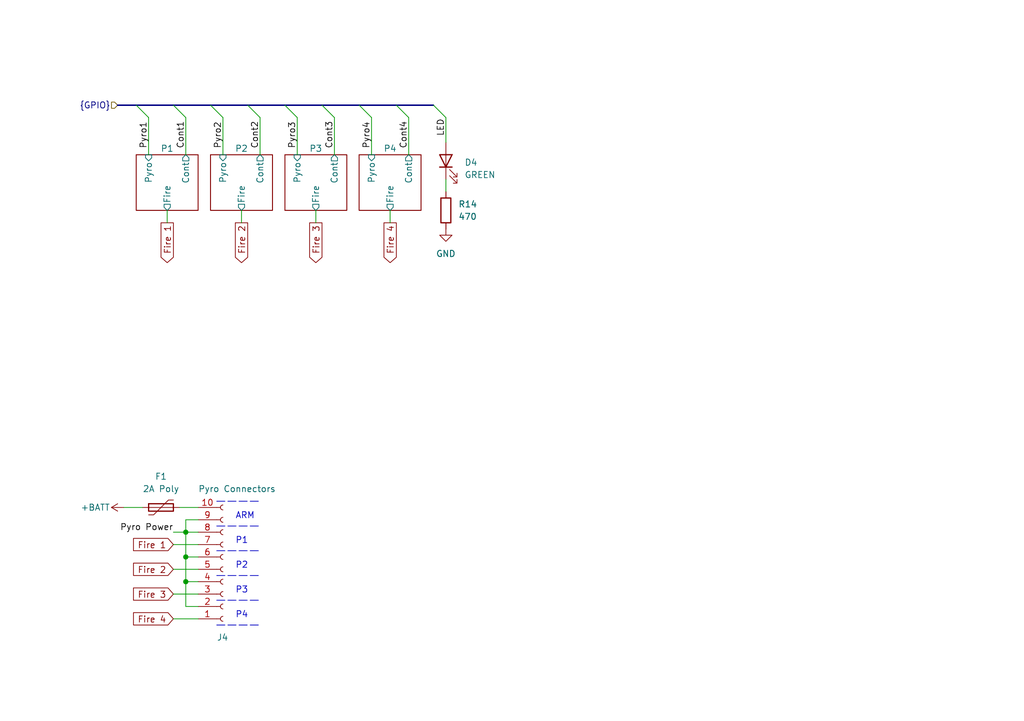
<source format=kicad_sch>
(kicad_sch (version 20211123) (generator eeschema)
  (paper "A5")
  (title_block (title "Phoenix GPIO") (comment 1 "2022/10/27 WH"))
  (lib_symbols
    (symbol "Connector:Conn_01x10_Female" (pin_names (offset 1.016) hide)
      (property "Reference" "J" (at 0 12.7 0))
      (property "Value" "Conn_01x10_Female" (at 0 -15.24 0))
      (symbol "Conn_01x10_Female_1_1"
        (arc (start 0 -12.192) (mid -0.508 -12.7) (end 0 -13.208) (stroke (width 0.1524)))
        (arc (start 0 -9.652) (mid -0.508 -10.16) (end 0 -10.668) (stroke (width 0.1524)))
        (arc (start 0 -7.112) (mid -0.508 -7.62) (end 0 -8.128) (stroke (width 0.1524)))
        (arc (start 0 -4.572) (mid -0.508 -5.08) (end 0 -5.588) (stroke (width 0.1524)))
        (arc (start 0 -2.032) (mid -0.508 -2.54) (end 0 -3.048) (stroke (width 0.1524)))
        (polyline (pts (xy -1.27 -12.7) (xy -0.508 -12.7)) (stroke (width 0.1524)))
        (polyline (pts (xy -1.27 -10.16) (xy -0.508 -10.16)) (stroke (width 0.1524)))
        (polyline (pts (xy -1.27 -7.62) (xy -0.508 -7.62)) (stroke (width 0.1524)))
        (polyline (pts (xy -1.27 -5.08) (xy -0.508 -5.08)) (stroke (width 0.1524)))
        (polyline (pts (xy -1.27 -2.54) (xy -0.508 -2.54)) (stroke (width 0.1524)))
        (polyline (pts (xy -1.27 0) (xy -0.508 0)) (stroke (width 0.1524)))
        (polyline (pts (xy -1.27 2.54) (xy -0.508 2.54)) (stroke (width 0.1524)))
        (polyline (pts (xy -1.27 5.08) (xy -0.508 5.08)) (stroke (width 0.1524)))
        (polyline (pts (xy -1.27 7.62) (xy -0.508 7.62)) (stroke (width 0.1524)))
        (polyline (pts (xy -1.27 10.16) (xy -0.508 10.16)) (stroke (width 0.1524)))
        (arc (start 0 0.508) (mid -0.508 0) (end 0 -0.508) (stroke (width 0.1524)))
        (arc (start 0 3.048) (mid -0.508 2.54) (end 0 2.032) (stroke (width 0.1524)))
        (arc (start 0 5.588) (mid -0.508 5.08) (end 0 4.572) (stroke (width 0.1524)))
        (arc (start 0 8.128) (mid -0.508 7.62) (end 0 7.112) (stroke (width 0.1524)))
        (arc (start 0 10.668) (mid -0.508 10.16) (end 0 9.652) (stroke (width 0.1524)))
        (pin passive line (at -5.08 10.16 0) (length 3.81) (name "Pin_1") (number "1"))
        (pin passive line (at -5.08 -12.7 0) (length 3.81) (name "Pin_10") (number "10"))
        (pin passive line (at -5.08 7.62 0) (length 3.81) (name "Pin_2") (number "2"))
        (pin passive line (at -5.08 5.08 0) (length 3.81) (name "Pin_3") (number "3"))
        (pin passive line (at -5.08 2.54 0) (length 3.81) (name "Pin_4") (number "4"))
        (pin passive line (at -5.08 0 0) (length 3.81) (name "Pin_5") (number "5"))
        (pin passive line (at -5.08 -2.54 0) (length 3.81) (name "Pin_6") (number "6"))
        (pin passive line (at -5.08 -5.08 0) (length 3.81) (name "Pin_7") (number "7"))
        (pin passive line (at -5.08 -7.62 0) (length 3.81) (name "Pin_8") (number "8"))
        (pin passive line (at -5.08 -10.16 0) (length 3.81) (name "Pin_9") (number "9"))
      )
    )
    (symbol "Device:LED" (pin_numbers hide) (pin_names (offset 1.016) hide)
      (property "Reference" "D" (at 0 2.54 0))
      (property "Value" "LED" (at 0 -2.54 0))
      (symbol "LED_0_1"
        (polyline (pts (xy -1.27 -1.27) (xy -1.27 1.27)) (stroke (width 0.254)))
        (polyline (pts (xy -1.27 0) (xy 1.27 0)))
        (polyline (pts (xy 1.27 -1.27) (xy 1.27 1.27) (xy -1.27 0) (xy 1.27 -1.27)) (stroke (width 0.254)))
        (polyline (pts (xy -3.048 -0.762) (xy -4.572 -2.286) (xy -3.81 -2.286) (xy -4.572 -2.286) (xy -4.572 -1.524)))
        (polyline (pts (xy -1.778 -0.762) (xy -3.302 -2.286) (xy -2.54 -2.286) (xy -3.302 -2.286) (xy -3.302 -1.524)))
      )
      (symbol "LED_1_1"
        (pin passive line (at -3.81 0 0) (length 2.54) (name "K") (number "1"))
        (pin passive line (at 3.81 0 180) (length 2.54) (name "A") (number "2"))
      )
    )
    (symbol "Device:Polyfuse" (pin_numbers hide) (pin_names (offset 0))
      (property "Reference" "F" (at -2.54 0 90))
      (property "Value" "Polyfuse" (at 2.54 0 90))
      (symbol "Polyfuse_0_1"
        (rectangle (start -0.762 2.54) (end 0.762 -2.54) (stroke (width 0.254)))
        (polyline (pts (xy 0 2.54) (xy 0 -2.54)))
        (polyline (pts (xy -1.524 2.54) (xy -1.524 1.524) (xy 1.524 -1.524) (xy 1.524 -2.54)))
      )
      (symbol "Polyfuse_1_1"
        (pin passive line (at 0 3.81 270) (length 1.27) (name "~") (number "1"))
        (pin passive line (at 0 -3.81 90) (length 1.27) (name "~") (number "2"))
      )
    )
    (symbol "Device:R" (pin_numbers hide) (pin_names (offset 0))
      (property "Reference" "R" (at 2.032 0 90))
      (property "Value" "R" (at 0 0 90))
      (symbol "R_0_1"
        (rectangle (start -1.016 -2.54) (end 1.016 2.54) (stroke (width 0.254)))
      )
      (symbol "R_1_1"
        (pin passive line (at 0 3.81 270) (length 1.27) (name "~") (number "1"))
        (pin passive line (at 0 -3.81 90) (length 1.27) (name "~") (number "2"))
      )
    )
    (symbol "power:+BATT" (power) (pin_names (offset 0))
      (property "Value" "+BATT" (at 0 3.556 0))
      (symbol "+BATT_0_1"
        (polyline (pts (xy -0.762 1.27) (xy 0 2.54)))
        (polyline (pts (xy 0 0) (xy 0 2.54)))
        (polyline (pts (xy 0 2.54) (xy 0.762 1.27)))
      )
      (symbol "+BATT_1_1"
        (pin power_in line (at 0 0 90) (length 0) hide (name "+BATT") (number "1"))
      )
    )
    (symbol "power:GND" (power) (pin_names (offset 0))
      (property "Value" "GND" (at 0 -3.81 0))
      (symbol "GND_0_1"
        (polyline (pts (xy 0 0) (xy 0 -1.27) (xy 1.27 -1.27) (xy 0 -2.54) (xy -1.27 -1.27) (xy 0 -1.27)))
      )
      (symbol "GND_1_1"
        (pin power_in line (at 0 0 270) (length 0) hide (name "GND") (number "1"))
      )
    )
  )
  (junction (at 38.1 114.3))
  (junction (at 38.1 109.22))
  (junction (at 38.1 119.38))
  (bus_entry (at 81.28 21.59) (size 2.54 2.54))
  (bus_entry (at 58.42 21.59) (size 2.54 2.54))
  (bus_entry (at 66.04 21.59) (size 2.54 2.54))
  (bus_entry (at 35.56 21.59) (size 2.54 2.54))
  (bus_entry (at 73.66 21.59) (size 2.54 2.54))
  (bus_entry (at 88.9 21.59) (size 2.54 2.54))
  (bus_entry (at 27.94 21.59) (size 2.54 2.54))
  (bus_entry (at 50.8 21.59) (size 2.54 2.54))
  (bus_entry (at 43.18 21.59) (size 2.54 2.54))
  (wire (pts (xy 64.77 43.18) (xy 64.77 45.72)))
  (wire (pts (xy 83.82 24.13) (xy 83.82 31.75)))
  (wire (pts (xy 35.56 116.84) (xy 40.64 116.84)))
  (wire (pts (xy 49.53 43.18) (xy 49.53 45.72)))
  (wire (pts (xy 34.29 43.18) (xy 34.29 45.72)))
  (polyline (pts (xy 44.45 113.03) (xy 53.34 113.03)))
  (polyline (pts (xy 44.45 107.95) (xy 53.34 107.95)))
  (wire (pts (xy 40.64 106.68) (xy 38.1 106.68)))
  (wire (pts (xy 38.1 106.68) (xy 38.1 109.22)))
  (bus (pts (xy 43.18 21.59) (xy 50.8 21.59)))
  (wire (pts (xy 38.1 119.38) (xy 38.1 124.46)))
  (wire (pts (xy 38.1 24.13) (xy 38.1 31.75)))
  (wire (pts (xy 38.1 114.3) (xy 38.1 119.38)))
  (wire (pts (xy 53.34 24.13) (xy 53.34 31.75)))
  (wire (pts (xy 38.1 124.46) (xy 40.64 124.46)))
  (wire (pts (xy 76.2 24.13) (xy 76.2 31.75)))
  (wire (pts (xy 80.01 43.18) (xy 80.01 45.72)))
  (wire (pts (xy 60.96 24.13) (xy 60.96 31.75)))
  (wire (pts (xy 38.1 114.3) (xy 40.64 114.3)))
  (bus (pts (xy 66.04 21.59) (xy 73.66 21.59)))
  (wire (pts (xy 35.56 127) (xy 40.64 127)))
  (wire (pts (xy 35.56 121.92) (xy 40.64 121.92)))
  (wire (pts (xy 68.58 24.13) (xy 68.58 31.75)))
  (bus (pts (xy 35.56 21.59) (xy 43.18 21.59)))
  (polyline (pts (xy 44.45 102.87) (xy 53.34 102.87)))
  (wire (pts (xy 91.44 39.37) (xy 91.44 36.83)))
  (bus (pts (xy 24.13 21.59) (xy 27.94 21.59)))
  (bus (pts (xy 50.8 21.59) (xy 58.42 21.59)))
  (polyline (pts (xy 44.45 118.11) (xy 53.34 118.11)))
  (bus (pts (xy 81.28 21.59) (xy 88.9 21.59)))
  (wire (pts (xy 35.56 111.76) (xy 40.64 111.76)))
  (bus (pts (xy 27.94 21.59) (xy 35.56 21.59)))
  (wire (pts (xy 38.1 109.22) (xy 38.1 114.3)))
  (polyline (pts (xy 44.45 123.19) (xy 53.34 123.19)))
  (wire (pts (xy 91.44 24.13) (xy 91.44 29.21)))
  (bus (pts (xy 58.42 21.59) (xy 66.04 21.59)))
  (bus (pts (xy 73.66 21.59) (xy 81.28 21.59)))
  (wire (pts (xy 38.1 119.38) (xy 40.64 119.38)))
  (wire (pts (xy 36.83 104.14) (xy 40.64 104.14)))
  (wire (pts (xy 25.4 104.14) (xy 29.21 104.14)))
  (wire (pts (xy 35.56 109.22) (xy 38.1 109.22)))
  (wire (pts (xy 45.72 24.13) (xy 45.72 31.75)))
  (wire (pts (xy 38.1 109.22) (xy 40.64 109.22)))
  (wire (pts (xy 30.48 24.13) (xy 30.48 31.75)))
  (polyline (pts (xy 44.45 128.27) (xy 53.34 128.27)))
  (text "P2" (at 48.26 116.84 0) (effects (font (size 1.27 1.27)) (justify left bottom)))
  (text "ARM" (at 48.26 106.68 0) (effects (font (size 1.27 1.27)) (justify left bottom)))
  (text "P3" (at 48.26 121.92 0) (effects (font (size 1.27 1.27)) (justify left bottom)))
  (text "P4" (at 48.26 127 0) (effects (font (size 1.27 1.27)) (justify left bottom)))
  (text "P1" (at 48.26 111.76 0) (effects (font (size 1.27 1.27)) (justify left bottom)))
  (label "Pyro4" (at 76.2 30.48 90))
  (label "Pyro2" (at 45.72 30.48 90))
  (label "Cont3" (at 68.58 30.48 90))
  (label "Pyro Power" (at 35.56 109.22 180))
  (label "Cont1" (at 38.1 30.48 90))
  (label "Pyro1" (at 30.48 30.48 90))
  (label "LED" (at 91.44 27.94 90))
  (label "Cont4" (at 83.82 30.48 90))
  (label "Cont2" (at 53.34 30.48 90))
  (label "Pyro3" (at 60.96 30.48 90))
  (global_label "Fire 1" (shape input) (at 35.56 111.76 180) (property "Intersheet References" "${INTERSHEET_REFS}" (effects hide)))
  (global_label "Fire 2" (shape input) (at 35.56 116.84 180) (property "Intersheet References" "${INTERSHEET_REFS}" (effects hide)))
  (global_label "Fire 4" (shape output) (at 80.01 45.72 270) (property "Intersheet References" "${INTERSHEET_REFS}" (effects hide)))
  (global_label "Fire 1" (shape output) (at 34.29 45.72 270) (property "Intersheet References" "${INTERSHEET_REFS}" (effects hide)))
  (global_label "Fire 3" (shape input) (at 35.56 121.92 180) (property "Intersheet References" "${INTERSHEET_REFS}" (effects hide)))
  (global_label "Fire 3" (shape output) (at 64.77 45.72 270) (property "Intersheet References" "${INTERSHEET_REFS}" (effects hide)))
  (global_label "Fire 4" (shape input) (at 35.56 127 180) (property "Intersheet References" "${INTERSHEET_REFS}" (effects hide)))
  (global_label "Fire 2" (shape output) (at 49.53 45.72 270) (property "Intersheet References" "${INTERSHEET_REFS}" (effects hide)))
  (hierarchical_label "{GPIO}" (shape input) (at 24.13 21.59 180))
  (symbol (lib_id "Connector:Conn_01x10_Female") (at 45.72 116.84 0) (mirror x) (unit 1)
    (property "Reference" "J4" (at 44.45 130.81 0) (effects (justify left)))
    (property "Value" "Pyro Connectors" (at 40.64 100.33 0) (effects (justify left)))
    (property "Footprint" "YAR_Connectors:ScrewTerm_2.54x10" (effects hide))
  )
  (symbol (lib_id "Device:R") (at 91.44 43.18 0) (unit 1)
    (property "Reference" "R14" (at 93.98 41.9099 0) (effects (justify left)))
    (property "Value" "470" (at 93.98 44.4499 0) (effects (justify left)))
    (property "Footprint" "Resistor_SMD:R_0603_1608Metric" (effects hide))
    (property "JLC" "0603" (effects hide))
    (property "LCSC" "C22775" (effects hide))
  )
  (symbol (lib_id "power:GND") (at 91.44 46.99 0) (unit 1)
    (property "Reference" "#PWR070" (effects hide))
    (property "Value" "GND" (at 91.44 52.07 0))
  )
  (symbol (lib_id "Device:Polyfuse") (at 33.02 104.14 90) (unit 1)
    (property "Reference" "F1" (at 33.02 97.79 90))
    (property "Value" "2A Poly" (at 33.02 100.33 90))
    (property "Footprint" "Fuse:Fuse_0603_1608Metric" (effects hide))
  )
  (symbol (lib_id "Device:LED") (at 91.44 33.02 90) (unit 1)
    (property "Reference" "D4" (at 95.25 33.3374 90) (effects (justify right)))
    (property "Value" "GREEN" (at 95.25 35.8774 90) (effects (justify right)))
    (property "Footprint" "LED_SMD:LED_0603_1608Metric" (effects hide))
    (property "JLC" "DNF" (effects hide))
    (property "LCSC" "DNF" (effects hide))
  )
  (symbol (lib_id "power:+BATT") (at 25.4 104.14 90) (unit 1)
    (property "Reference" "#PWR069" (effects hide))
    (property "Value" "+BATT" (at 16.51 104.14 90) (effects (justify right)))
  )
  (sheet (at 27.94 31.75) (size 12.7 11.43) (stroke (width 0.1524))
    (property "Sheet name" "P1" (at 34.29 30.48 0))
    (property "Sheet file" "Pyro.kicad_sch" (effects hide))
    (pin "Pyro" input (at 30.48 31.75 90))
    (pin "Fire" output (at 34.29 43.18 270))
    (pin "Cont" output (at 38.1 31.75 90))
  )
  (sheet (at 58.42 31.75) (size 12.7 11.43) (stroke (width 0.1524))
    (property "Sheet name" "P3" (at 64.77 30.48 0))
    (property "Sheet file" "Pyro.kicad_sch" (effects hide))
    (pin "Pyro" input (at 60.96 31.75 90))
    (pin "Fire" output (at 64.77 43.18 270))
    (pin "Cont" output (at 68.58 31.75 90))
  )
  (sheet (at 43.18 31.75) (size 12.7 11.43) (stroke (width 0.1524))
    (property "Sheet name" "P2" (at 49.53 30.48 0))
    (property "Sheet file" "Pyro.kicad_sch" (effects hide))
    (pin "Pyro" input (at 45.72 31.75 90))
    (pin "Fire" output (at 49.53 43.18 270))
    (pin "Cont" output (at 53.34 31.75 90))
  )
  (sheet (at 73.66 31.75) (size 12.7 11.43) (stroke (width 0.1524))
    (property "Sheet name" "P4" (at 80.01 30.48 0))
    (property "Sheet file" "Pyro.kicad_sch" (effects hide))
    (pin "Pyro" input (at 76.2 31.75 90))
    (pin "Fire" output (at 80.01 43.18 270))
    (pin "Cont" output (at 83.82 31.75 90))
  )
)
</source>
